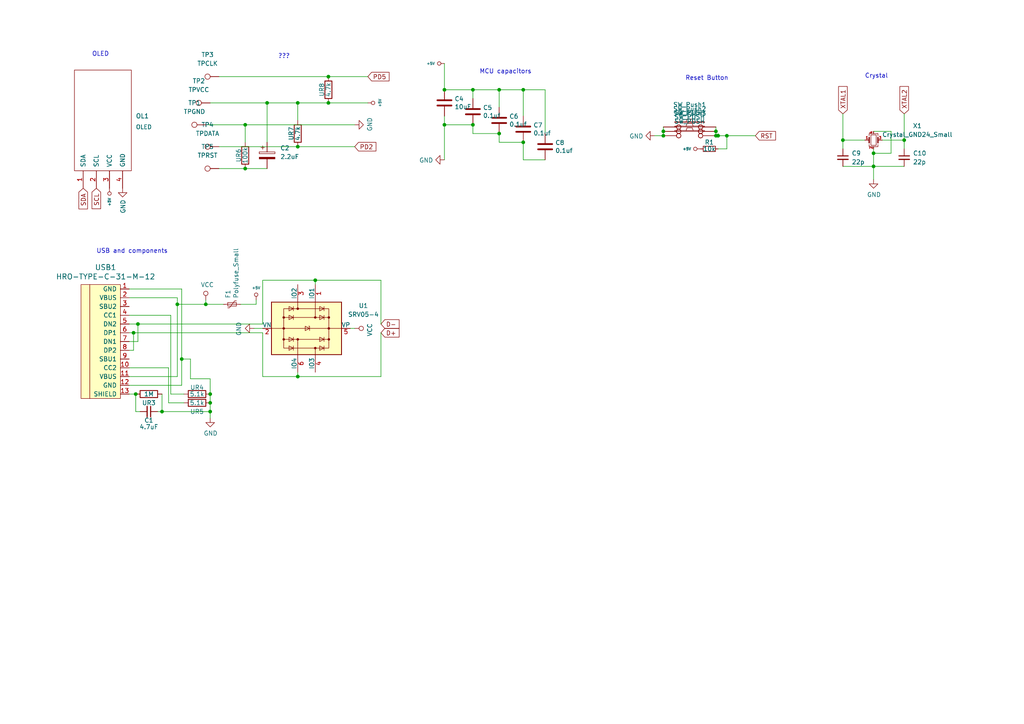
<source format=kicad_sch>
(kicad_sch (version 20211123) (generator eeschema)
  (paper "A4")
  (lib_symbols
    (symbol "Connector:TestPoint" (pin_numbers hide) (pin_names (offset 0.762) hide)
      (property "Reference" "TP" (at 0 6.858 0))
      (property "Value" "TestPoint" (at 0 5.08 0))
      (symbol "TestPoint_0_1"
        (circle (center 0 3.302) (radius 0.762))
      )
      (symbol "TestPoint_1_1"
        (pin passive line (at 0 0 90) (length 2.54) (name "1") (number "1"))
      )
    )
    (symbol "Device:C_Polarized" (pin_numbers hide) (pin_names (offset 0.254))
      (property "Reference" "C" (at 0.635 2.54 0))
      (property "Value" "C_Polarized" (at 0.635 -2.54 0))
      (symbol "C_Polarized_0_1"
        (rectangle (start -2.286 0.508) (end 2.286 1.016))
        (polyline (pts (xy -1.778 2.286) (xy -0.762 2.286)))
        (polyline (pts (xy -1.27 2.794) (xy -1.27 1.778)))
        (rectangle (start 2.286 -0.508) (end -2.286 -1.016) (fill (type outline)))
      )
      (symbol "C_Polarized_1_1"
        (pin passive line (at 0 3.81 270) (length 2.794) (name "~") (number "1"))
        (pin passive line (at 0 -3.81 90) (length 2.794) (name "~") (number "2"))
      )
    )
    (symbol "Device:C_Small" (pin_numbers hide) (pin_names (offset 0.254) hide)
      (property "Reference" "C" (at 0.254 1.778 0))
      (property "Value" "C_Small" (at 0.254 -2.032 0))
      (symbol "C_Small_0_1"
        (polyline (pts (xy -1.524 -0.508) (xy 1.524 -0.508)) (stroke (width 0.3302)))
        (polyline (pts (xy -1.524 0.508) (xy 1.524 0.508)) (stroke (width 0.3048)))
      )
      (symbol "C_Small_1_1"
        (pin passive line (at 0 2.54 270) (length 2.032) (name "~") (number "1"))
        (pin passive line (at 0 -2.54 90) (length 2.032) (name "~") (number "2"))
      )
    )
    (symbol "Device:Crystal_GND24_Small" (pin_names (offset 1.016) hide)
      (property "Reference" "Y" (at 1.27 4.445 0))
      (property "Value" "Crystal_GND24_Small" (at 1.27 2.54 0))
      (symbol "Crystal_GND24_Small_0_1"
        (rectangle (start -0.762 -1.524) (end 0.762 1.524))
        (polyline (pts (xy -1.27 -0.762) (xy -1.27 0.762)) (stroke (width 0.381)))
        (polyline (pts (xy 1.27 -0.762) (xy 1.27 0.762)) (stroke (width 0.381)))
        (polyline (pts (xy -1.27 -1.27) (xy -1.27 -1.905) (xy 1.27 -1.905) (xy 1.27 -1.27)))
        (polyline (pts (xy -1.27 1.27) (xy -1.27 1.905) (xy 1.27 1.905) (xy 1.27 1.27)))
      )
      (symbol "Crystal_GND24_Small_1_1"
        (pin passive line (at -2.54 0 0) (length 1.27) (name "1") (number "1"))
        (pin passive line (at 0 -2.54 90) (length 0.635) (name "2") (number "2"))
        (pin passive line (at 2.54 0 180) (length 1.27) (name "3") (number "3"))
        (pin passive line (at 0 2.54 270) (length 0.635) (name "4") (number "4"))
      )
    )
    (symbol "Power_Protection:SRV05-4" (pin_names (offset 0))
      (property "Reference" "U" (at -5.08 11.43 0))
      (property "Value" "SRV05-4" (at 2.54 11.43 0))
      (symbol "SRV05-4_0_0"
        (rectangle (start -5.715 6.477) (end 5.715 -6.604))
        (polyline (pts (xy -3.175 -6.604) (xy -3.175 6.477)))
        (polyline (pts (xy 3.175 6.477) (xy 3.175 -6.604)))
      )
      (symbol "SRV05-4_0_1"
        (rectangle (start -7.62 10.16) (end 7.62 -10.16) (stroke (width 0.254)) (fill (type background)))
        (circle (center -5.715 -2.54) (radius 0.2794) (fill (type outline)))
        (circle (center -3.175 -6.604) (radius 0.2794) (fill (type outline)))
        (circle (center -3.175 2.54) (radius 0.2794) (fill (type outline)))
        (circle (center -3.175 6.477) (radius 0.2794) (fill (type outline)))
        (circle (center 0 -6.604) (radius 0.2794) (fill (type outline)))
        (polyline (pts (xy -7.747 2.54) (xy -3.175 2.54)))
        (polyline (pts (xy -7.62 -2.54) (xy -5.715 -2.54)))
        (polyline (pts (xy -5.08 -3.81) (xy -6.35 -3.81)))
        (polyline (pts (xy -5.08 5.08) (xy -6.35 5.08)))
        (polyline (pts (xy -2.54 -3.81) (xy -3.81 -3.81)))
        (polyline (pts (xy -2.54 5.08) (xy -3.81 5.08)))
        (polyline (pts (xy 0 10.16) (xy 0 -10.16)))
        (polyline (pts (xy 3.81 -3.81) (xy 2.54 -3.81)))
        (polyline (pts (xy 3.81 5.08) (xy 2.54 5.08)))
        (polyline (pts (xy 6.35 -3.81) (xy 5.08 -3.81)))
        (polyline (pts (xy 6.35 5.08) (xy 5.08 5.08)))
        (polyline (pts (xy 7.62 -2.54) (xy 3.175 -2.54)))
        (polyline (pts (xy 7.62 2.54) (xy 5.715 2.54)))
        (polyline (pts (xy 0.635 0.889) (xy -0.635 0.889) (xy -0.635 0.635)))
        (polyline (pts (xy -5.08 -5.08) (xy -6.35 -5.08) (xy -5.715 -3.81) (xy -5.08 -5.08)))
        (polyline (pts (xy -5.08 3.81) (xy -6.35 3.81) (xy -5.715 5.08) (xy -5.08 3.81)))
        (polyline (pts (xy -2.54 -5.08) (xy -3.81 -5.08) (xy -3.175 -3.81) (xy -2.54 -5.08)))
        (polyline (pts (xy -2.54 3.81) (xy -3.81 3.81) (xy -3.175 5.08) (xy -2.54 3.81)))
        (polyline (pts (xy 0.635 -0.381) (xy -0.635 -0.381) (xy 0 0.889) (xy 0.635 -0.381)))
        (polyline (pts (xy 3.81 -5.08) (xy 2.54 -5.08) (xy 3.175 -3.81) (xy 3.81 -5.08)))
        (polyline (pts (xy 3.81 3.81) (xy 2.54 3.81) (xy 3.175 5.08) (xy 3.81 3.81)))
        (polyline (pts (xy 6.35 -5.08) (xy 5.08 -5.08) (xy 5.715 -3.81) (xy 6.35 -5.08)))
        (polyline (pts (xy 6.35 3.81) (xy 5.08 3.81) (xy 5.715 5.08) (xy 6.35 3.81)))
        (circle (center 0 6.477) (radius 0.2794) (fill (type outline)))
        (circle (center 3.175 -6.604) (radius 0.2794) (fill (type outline)))
        (circle (center 3.175 -2.54) (radius 0.2794) (fill (type outline)))
        (circle (center 3.175 6.477) (radius 0.2794) (fill (type outline)))
        (circle (center 5.715 2.54) (radius 0.2794) (fill (type outline)))
      )
      (symbol "SRV05-4_1_1"
        (pin passive line (at -12.7 2.54 0) (length 5.08) (name "IO1") (number "1"))
        (pin passive line (at 0 -12.7 90) (length 2.54) (name "VN") (number "2"))
        (pin passive line (at -12.7 -2.54 0) (length 5.08) (name "IO2") (number "3"))
        (pin passive line (at 12.7 2.54 180) (length 5.08) (name "IO3") (number "4"))
        (pin passive line (at 0 12.7 270) (length 2.54) (name "VP") (number "5"))
        (pin passive line (at 12.7 -2.54 180) (length 5.08) (name "IO4") (number "6"))
      )
    )
    (symbol "Type-C:HRO-TYPE-C-31-M-12" (pin_names (offset 1.016))
      (property "Reference" "USB" (at -5.08 16.51 0))
      (property "Value" "HRO-TYPE-C-31-M-12" (at -10.16 -1.27 90))
      (symbol "HRO-TYPE-C-31-M-12_0_1"
        (rectangle (start -11.43 15.24) (end -8.89 -17.78) (fill (type background)))
        (rectangle (start 0 -17.78) (end -8.89 15.24) (fill (type background)))
      )
      (symbol "HRO-TYPE-C-31-M-12_1_1"
        (pin input line (at 2.54 13.97 180) (length 2.54) (name "GND") (number "1"))
        (pin input line (at 2.54 -8.89 180) (length 2.54) (name "CC2") (number "10"))
        (pin input line (at 2.54 -11.43 180) (length 2.54) (name "VBUS") (number "11"))
        (pin input line (at 2.54 -13.97 180) (length 2.54) (name "GND") (number "12"))
        (pin input line (at 2.54 -16.51 180) (length 2.54) (name "SHIELD") (number "13"))
        (pin input line (at 2.54 11.43 180) (length 2.54) (name "VBUS") (number "2"))
        (pin input line (at 2.54 8.89 180) (length 2.54) (name "SBU2") (number "3"))
        (pin input line (at 2.54 6.35 180) (length 2.54) (name "CC1") (number "4"))
        (pin input line (at 2.54 3.81 180) (length 2.54) (name "DN2") (number "5"))
        (pin input line (at 2.54 1.27 180) (length 2.54) (name "DP1") (number "6"))
        (pin input line (at 2.54 -1.27 180) (length 2.54) (name "DN1") (number "7"))
        (pin input line (at 2.54 -3.81 180) (length 2.54) (name "DP2") (number "8"))
        (pin input line (at 2.54 -6.35 180) (length 2.54) (name "SBU1") (number "9"))
      )
    )
    (symbol "device:C" (pin_numbers hide) (pin_names (offset 0.254))
      (property "Reference" "C" (at 0.635 2.54 0))
      (property "Value" "device_C" (at 0.635 -2.54 0))
      (symbol "C_0_1"
        (polyline (pts (xy -2.032 -0.762) (xy 2.032 -0.762)) (stroke (width 0.508)))
        (polyline (pts (xy -2.032 0.762) (xy 2.032 0.762)) (stroke (width 0.508)))
      )
      (symbol "C_1_1"
        (pin passive line (at 0 3.81 270) (length 2.794) (name "~") (number "1"))
        (pin passive line (at 0 -3.81 90) (length 2.794) (name "~") (number "2"))
      )
    )
    (symbol "device:C_Small" (pin_numbers hide) (pin_names (offset 0.254) hide)
      (property "Reference" "C" (at 0.254 1.778 0))
      (property "Value" "device_C_Small" (at 0.254 -2.032 0))
      (symbol "C_Small_0_1"
        (polyline (pts (xy -1.524 -0.508) (xy 1.524 -0.508)) (stroke (width 0.3302)))
        (polyline (pts (xy -1.524 0.508) (xy 1.524 0.508)) (stroke (width 0.3048)))
      )
      (symbol "C_Small_1_1"
        (pin passive line (at 0 2.54 270) (length 2.032) (name "~") (number "1"))
        (pin passive line (at 0 -2.54 90) (length 2.032) (name "~") (number "2"))
      )
    )
    (symbol "device:Polyfuse_Small" (pin_numbers hide) (pin_names (offset 0))
      (property "Reference" "F" (at -1.905 0 90))
      (property "Value" "device_Polyfuse_Small" (at 1.905 0 90))
      (symbol "Polyfuse_Small_0_1"
        (rectangle (start -0.508 1.27) (end 0.508 -1.27))
        (polyline (pts (xy 0 2.54) (xy 0 -2.54)))
        (polyline (pts (xy -1.016 1.27) (xy -1.016 0.762) (xy 1.016 -0.762) (xy 1.016 -1.27)))
      )
      (symbol "Polyfuse_Small_1_1"
        (pin passive line (at 0 2.54 270) (length 0.635) (name "~") (number "1"))
        (pin passive line (at 0 -2.54 90) (length 0.635) (name "~") (number "2"))
      )
    )
    (symbol "device:R" (pin_numbers hide) (pin_names (offset 0))
      (property "Reference" "R" (at 2.032 0 90))
      (property "Value" "device_R" (at 0 0 90))
      (symbol "R_0_1"
        (rectangle (start -1.016 -2.54) (end 1.016 2.54) (stroke (width 0.254)))
      )
      (symbol "R_1_1"
        (pin passive line (at 0 3.81 270) (length 1.27) (name "~") (number "1"))
        (pin passive line (at 0 -3.81 90) (length 1.27) (name "~") (number "2"))
      )
    )
    (symbol "device:R_Small" (pin_numbers hide) (pin_names (offset 0.254) hide)
      (property "Reference" "R" (at 0.762 0.508 0))
      (property "Value" "device_R_Small" (at 0.762 -1.016 0))
      (symbol "R_Small_0_1"
        (rectangle (start -0.762 1.778) (end 0.762 -1.778) (stroke (width 0.2032)))
      )
      (symbol "R_Small_1_1"
        (pin passive line (at 0 2.54 270) (length 0.762) (name "~") (number "1"))
        (pin passive line (at 0 -2.54 90) (length 0.762) (name "~") (number "2"))
      )
    )
    (symbol "kbd:OLED" (pin_names (offset 1.016))
      (property "Reference" "OL" (at 0 2.54 0))
      (property "Value" "OLED" (at 0 -1.27 0))
      (symbol "OLED_0_1"
        (rectangle (start -13.97 8.89) (end 15.24 -7.62))
      )
      (symbol "OLED_1_1"
        (pin bidirectional line (at -19.05 6.35 0) (length 5.08) (name "SDA") (number "1"))
        (pin bidirectional line (at -19.05 2.54 0) (length 5.08) (name "SCL") (number "2"))
        (pin power_in line (at -19.05 -1.27 0) (length 5.08) (name "VCC") (number "3"))
        (pin power_in line (at -19.05 -5.08 0) (length 5.08) (name "GND") (number "4"))
      )
    )
    (symbol "keyboard_parts:+5V" (power) (pin_names (offset 0))
      (property "Value" "+5V" (at 0 2.794 0))
      (symbol "+5V_0_0"
        (pin power_in line (at 0 0 90) (length 0) hide (name "+5V") (number "1"))
      )
      (symbol "+5V_0_1"
        (polyline (pts (xy 0 0) (xy 0 1.016) (xy 0 1.016)))
        (circle (center 0 1.524) (radius 0.508))
      )
    )
    (symbol "keyboard_parts:SW_PUSH" (pin_numbers hide) (pin_names (offset 1.016) hide)
      (property "Reference" "SW" (at 3.81 2.794 0))
      (property "Value" "SW_PUSH" (at 0 -2.032 0))
      (symbol "SW_PUSH_0_1"
        (rectangle (start -4.318 1.27) (end 4.318 1.524))
        (polyline (pts (xy -1.016 1.524) (xy -0.762 2.286) (xy 0.762 2.286) (xy 1.016 1.524)))
        (pin passive inverted (at -7.62 0 0) (length 5.08) (name "1") (number "1"))
        (pin passive inverted (at 7.62 0 180) (length 5.08) (name "2") (number "2"))
      )
    )
    (symbol "power:GND" (power) (pin_names (offset 0))
      (property "Value" "power_GND" (at 0 -3.81 0))
      (symbol "GND_0_1"
        (polyline (pts (xy 0 0) (xy 0 -1.27) (xy 1.27 -1.27) (xy 0 -2.54) (xy -1.27 -1.27) (xy 0 -1.27)))
      )
      (symbol "GND_1_1"
        (pin power_in line (at 0 0 270) (length 0) hide (name "GND") (number "1"))
      )
    )
    (symbol "power:VCC" (power) (pin_names (offset 0))
      (property "Value" "power_VCC" (at 0 3.81 0))
      (symbol "VCC_0_1"
        (polyline (pts (xy 0 0) (xy 0 1.27)))
        (circle (center 0 1.905) (radius 0.635))
      )
      (symbol "VCC_1_1"
        (pin power_in line (at 0 0 90) (length 0) hide (name "VCC") (number "1"))
      )
    )
  )
  (junction (at 71.12 48.895))
  (junction (at 77.47 29.845))
  (junction (at 86.36 42.545))
  (junction (at 207.645 39.37))
  (junction (at 39.37 114.3))
  (junction (at 137.16 26.035))
  (junction (at 60.96 116.84))
  (junction (at 208.28 39.37))
  (junction (at 86.36 29.845))
  (junction (at 71.12 36.195))
  (junction (at 244.475 40.64))
  (junction (at 137.16 36.195))
  (junction (at 60.96 114.3))
  (junction (at 253.365 48.26))
  (junction (at 207.645 38.1))
  (junction (at 210.82 39.37))
  (junction (at 46.99 119.38))
  (junction (at 253.365 44.45))
  (junction (at 128.905 36.195))
  (junction (at 59.69 88.265))
  (junction (at 91.44 81.28))
  (junction (at 40.005 93.98))
  (junction (at 151.765 26.035))
  (junction (at 38.735 96.52))
  (junction (at 128.905 26.035))
  (junction (at 51.435 88.265))
  (junction (at 95.25 22.225))
  (junction (at 52.705 104.14))
  (junction (at 262.255 40.64))
  (junction (at 144.78 38.735))
  (junction (at 192.405 38.1))
  (junction (at 60.96 119.38))
  (junction (at 95.25 29.845))
  (junction (at 144.78 26.035))
  (junction (at 86.36 109.22))
  (junction (at 192.405 39.37))
  (junction (at 151.765 41.275))
  (wire (pts (xy 144.78 26.035) (xy 151.765 26.035)))
  (wire (pts (xy 37.465 96.52) (xy 38.735 96.52)))
  (wire (pts (xy 39.37 119.38) (xy 39.37 114.3)))
  (wire (pts (xy 60.96 29.845) (xy 77.47 29.845)))
  (wire (pts (xy 76.2 81.28) (xy 76.2 93.98)))
  (wire (pts (xy 151.765 26.035) (xy 158.115 26.035)))
  (wire (pts (xy 128.905 33.655) (xy 128.905 36.195)))
  (wire (pts (xy 76.2 81.28) (xy 91.44 81.28)))
  (wire (pts (xy 128.905 26.035) (xy 137.16 26.035)))
  (wire (pts (xy 55.245 109.855) (xy 60.96 109.855)))
  (wire (pts (xy 48.895 116.84) (xy 48.895 106.68)))
  (wire (pts (xy 151.765 41.275) (xy 144.78 41.275)))
  (wire (pts (xy 46.99 119.38) (xy 60.96 119.38)))
  (wire (pts (xy 207.645 38.1) (xy 207.645 39.37)))
  (wire (pts (xy 255.905 40.64) (xy 262.255 40.64)))
  (wire (pts (xy 53.34 114.3) (xy 49.53 114.3)))
  (wire (pts (xy 253.365 44.45) (xy 253.365 48.26)))
  (wire (pts (xy 76.2 109.22) (xy 86.36 109.22)))
  (wire (pts (xy 207.645 36.83) (xy 207.645 38.1)))
  (wire (pts (xy 37.465 101.6) (xy 38.735 101.6)))
  (wire (pts (xy 258.445 38.1) (xy 258.445 44.45)))
  (wire (pts (xy 128.905 26.035) (xy 128.905 18.415)))
  (wire (pts (xy 192.405 38.1) (xy 192.405 39.37)))
  (wire (pts (xy 101.6 95.25) (xy 102.87 95.25)))
  (wire (pts (xy 208.28 39.37) (xy 210.82 39.37)))
  (wire (pts (xy 37.465 86.36) (xy 51.435 86.36)))
  (wire (pts (xy 158.115 38.735) (xy 158.115 26.035)))
  (wire (pts (xy 46.99 114.3) (xy 46.99 119.38)))
  (wire (pts (xy 253.365 48.26) (xy 253.365 52.07)))
  (wire (pts (xy 86.36 29.845) (xy 86.36 34.925)))
  (wire (pts (xy 86.36 29.845) (xy 95.25 29.845)))
  (wire (pts (xy 63.5 22.225) (xy 95.25 22.225)))
  (wire (pts (xy 45.72 119.38) (xy 46.99 119.38)))
  (wire (pts (xy 144.78 31.115) (xy 144.78 26.035)))
  (wire (pts (xy 91.44 81.28) (xy 110.49 81.28)))
  (wire (pts (xy 244.475 33.02) (xy 244.475 40.64)))
  (wire (pts (xy 91.44 81.28) (xy 91.44 82.55)))
  (wire (pts (xy 258.445 44.45) (xy 253.365 44.45)))
  (wire (pts (xy 60.96 116.84) (xy 60.96 119.38)))
  (wire (pts (xy 151.765 46.355) (xy 151.765 41.275)))
  (wire (pts (xy 95.25 29.845) (xy 106.68 29.845)))
  (wire (pts (xy 158.115 46.355) (xy 151.765 46.355)))
  (wire (pts (xy 244.475 43.18) (xy 244.475 40.64)))
  (wire (pts (xy 253.365 43.18) (xy 253.365 44.45)))
  (wire (pts (xy 262.255 40.64) (xy 262.255 33.02)))
  (wire (pts (xy 210.82 39.37) (xy 219.075 39.37)))
  (wire (pts (xy 262.255 43.18) (xy 262.255 40.64)))
  (wire (pts (xy 253.365 38.1) (xy 258.445 38.1)))
  (wire (pts (xy 77.47 29.845) (xy 86.36 29.845)))
  (wire (pts (xy 253.365 48.26) (xy 262.255 48.26)))
  (wire (pts (xy 137.16 28.575) (xy 137.16 26.035)))
  (wire (pts (xy 244.475 40.64) (xy 250.825 40.64)))
  (wire (pts (xy 60.96 116.84) (xy 60.96 114.3)))
  (wire (pts (xy 244.475 48.26) (xy 253.365 48.26)))
  (wire (pts (xy 52.705 111.76) (xy 37.465 111.76)))
  (wire (pts (xy 76.2 96.52) (xy 76.2 109.22)))
  (wire (pts (xy 73.66 95.25) (xy 76.2 95.25)))
  (wire (pts (xy 144.78 41.275) (xy 144.78 38.735)))
  (wire (pts (xy 38.735 96.52) (xy 76.2 96.52)))
  (wire (pts (xy 128.905 36.195) (xy 137.16 36.195)))
  (wire (pts (xy 208.28 39.37) (xy 207.645 39.37)))
  (wire (pts (xy 74.295 88.265) (xy 74.295 86.995)))
  (wire (pts (xy 55.245 104.14) (xy 55.245 109.855)))
  (wire (pts (xy 51.435 109.22) (xy 37.465 109.22)))
  (wire (pts (xy 40.005 93.98) (xy 76.2 93.98)))
  (wire (pts (xy 110.49 96.52) (xy 110.49 109.22)))
  (wire (pts (xy 210.82 39.37) (xy 210.82 43.18)))
  (wire (pts (xy 51.435 86.36) (xy 51.435 88.265)))
  (wire (pts (xy 38.735 101.6) (xy 38.735 96.52)))
  (wire (pts (xy 110.49 81.28) (xy 110.49 93.98)))
  (wire (pts (xy 71.12 36.195) (xy 71.12 41.275)))
  (wire (pts (xy 60.96 109.855) (xy 60.96 114.3)))
  (wire (pts (xy 208.28 38.735) (xy 208.28 39.37)))
  (wire (pts (xy 137.16 36.195) (xy 137.16 38.735)))
  (wire (pts (xy 48.895 106.68) (xy 37.465 106.68)))
  (wire (pts (xy 86.36 107.95) (xy 86.36 109.22)))
  (wire (pts (xy 51.435 88.265) (xy 51.435 109.22)))
  (wire (pts (xy 86.36 42.545) (xy 102.87 42.545)))
  (wire (pts (xy 53.34 116.84) (xy 48.895 116.84)))
  (wire (pts (xy 192.405 36.83) (xy 192.405 38.1)))
  (wire (pts (xy 49.53 91.44) (xy 37.465 91.44)))
  (wire (pts (xy 37.465 114.3) (xy 39.37 114.3)))
  (wire (pts (xy 69.85 88.265) (xy 74.295 88.265)))
  (wire (pts (xy 210.82 43.18) (xy 208.28 43.18)))
  (wire (pts (xy 37.465 99.06) (xy 40.005 99.06)))
  (wire (pts (xy 37.465 93.98) (xy 40.005 93.98)))
  (wire (pts (xy 40.64 119.38) (xy 39.37 119.38)))
  (wire (pts (xy 55.245 104.14) (xy 52.705 104.14)))
  (wire (pts (xy 52.705 111.76) (xy 52.705 104.14)))
  (wire (pts (xy 128.905 36.195) (xy 128.905 46.355)))
  (wire (pts (xy 40.005 99.06) (xy 40.005 93.98)))
  (wire (pts (xy 59.69 88.265) (xy 64.77 88.265)))
  (wire (pts (xy 137.16 38.735) (xy 144.78 38.735)))
  (wire (pts (xy 49.53 114.3) (xy 49.53 91.44)))
  (wire (pts (xy 77.47 29.845) (xy 77.47 41.275)))
  (wire (pts (xy 52.705 104.14) (xy 52.705 83.82)))
  (wire (pts (xy 192.405 39.37) (xy 189.865 39.37)))
  (wire (pts (xy 86.36 109.22) (xy 110.49 109.22)))
  (wire (pts (xy 137.16 26.035) (xy 144.78 26.035)))
  (wire (pts (xy 71.12 48.895) (xy 77.47 48.895)))
  (wire (pts (xy 59.69 86.995) (xy 59.69 88.265)))
  (wire (pts (xy 60.96 119.38) (xy 60.96 121.285)))
  (wire (pts (xy 37.465 83.82) (xy 52.705 83.82)))
  (wire (pts (xy 63.5 48.895) (xy 71.12 48.895)))
  (wire (pts (xy 59.69 36.195) (xy 71.12 36.195)))
  (wire (pts (xy 151.765 33.655) (xy 151.765 26.035)))
  (wire (pts (xy 71.12 36.195) (xy 102.87 36.195)))
  (wire (pts (xy 51.435 88.265) (xy 59.69 88.265)))
  (wire (pts (xy 63.5 42.545) (xy 86.36 42.545)))
  (wire (pts (xy 95.25 22.225) (xy 106.68 22.225)))
  (text "USB and components" (at 27.94 73.66 0) (effects (font (size 1.27 1.27)) (justify left bottom)))
  (text "OLED" (at 26.67 16.51 0) (effects (font (size 1.27 1.27)) (justify left bottom)))
  (text "Reset Button" (at 198.755 23.495 0) (effects (font (size 1.27 1.27)) (justify left bottom)))
  (text "???" (at 80.645 17.145 0) (effects (font (size 1.27 1.27)) (justify left bottom)))
  (text "MCU capacitors\n" (at 139.065 21.59 0) (effects (font (size 1.27 1.27)) (justify left bottom)))
  (text "Crystal\n" (at 250.825 22.86 0) (effects (font (size 1.27 1.27)) (justify left bottom)))
  (global_label "XTAL2" (shape input) (at 262.255 33.02 90) (property "Intersheet References" "${INTERSHEET_REFS}" (effects hide)))
  (global_label "XTAL1" (shape input) (at 244.475 33.02 90) (property "Intersheet References" "${INTERSHEET_REFS}" (effects hide)))
  (global_label "D+" (shape input) (at 110.49 96.52 0) (property "Intersheet References" "${INTERSHEET_REFS}" (effects hide)))
  (global_label "PD2" (shape input) (at 102.87 42.545 0) (property "Intersheet References" "${INTERSHEET_REFS}" (effects hide)))
  (global_label "SDA" (shape input) (at 24.13 54.61 270) (property "Intersheet References" "${INTERSHEET_REFS}" (effects hide)))
  (global_label "RST" (shape input) (at 219.075 39.37 0) (property "Intersheet References" "${INTERSHEET_REFS}" (effects hide)))
  (global_label "PD5" (shape input) (at 106.68 22.225 0) (property "Intersheet References" "${INTERSHEET_REFS}" (effects hide)))
  (global_label "SCL" (shape input) (at 27.94 54.61 270) (property "Intersheet References" "${INTERSHEET_REFS}" (effects hide)))
  (global_label "D-" (shape input) (at 110.49 93.98 0) (property "Intersheet References" "${INTERSHEET_REFS}" (effects hide)))
  (symbol (lib_id "power:GND") (at 35.56 54.61 0) (unit 1)
    (property "Reference" "#PWR0102" (effects hide))
    (property "Value" "GND" (at 35.687 57.8612 90) (effects (justify right)))
  )
  (symbol (lib_id "device:C") (at 128.905 29.845 0) (unit 1)
    (property "Reference" "C4" (at 131.826 28.6766 0) (effects (justify left)))
    (property "Value" "10uF" (at 131.826 30.988 0) (effects (justify left)))
    (property "Footprint" "Capacitor_SMD:C_0805_2012Metric" (effects hide))
  )
  (symbol (lib_id "Power_Protection:SRV05-4") (at 88.9 95.25 270) (unit 1)
    (property "Reference" "U1" (at 105.41 88.6712 90))
    (property "Value" "SRV05-4" (at 105.41 91.2112 90))
    (property "Footprint" "Package_TO_SOT_SMD:SOT-23-6" (effects hide))
    (property "Datasheet" "http://www.onsemi.com/pub/Collateral/SRV05-4-D.PDF" (effects hide))
  )
  (symbol (lib_id "device:R") (at 86.36 38.735 180) (unit 1)
    (property "Reference" "UR7" (at 84.455 38.735 90))
    (property "Value" "4.7k" (at 86.36 38.735 90))
    (property "Footprint" "Resistor_SMD:R_0805_2012Metric_Pad1.20x1.40mm_HandSolder" (effects hide))
  )
  (symbol (lib_id "Connector:TestPoint") (at 63.5 22.225 90) (unit 1)
    (property "Reference" "TP3" (at 60.198 15.875 90))
    (property "Value" "TPCLK" (at 60.198 18.415 90))
    (property "Footprint" "TestPoint:TestPoint_THTPad_1.0x1.0mm_Drill0.5mm" (effects hide))
  )
  (symbol (lib_id "device:R") (at 95.25 26.035 180) (unit 1)
    (property "Reference" "UR8" (at 93.345 26.035 90))
    (property "Value" "4.7k" (at 95.25 26.035 90))
    (property "Footprint" "Resistor_SMD:R_0805_2012Metric_Pad1.20x1.40mm_HandSolder" (effects hide))
  )
  (symbol (lib_id "power:GND") (at 189.865 39.37 270) (unit 1)
    (property "Reference" "#PWR0108" (effects hide))
    (property "Value" "GND" (at 186.6138 39.497 90) (effects (justify right)))
  )
  (symbol (lib_id "device:R") (at 57.15 116.84 90) (unit 1)
    (property "Reference" "UR5" (at 57.15 119.38 90))
    (property "Value" "5.1k" (at 57.15 116.84 90))
    (property "Footprint" "Resistor_SMD:R_0805_2012Metric" (effects hide))
  )
  (symbol (lib_id "keyboard_parts:SW_PUSH") (at 200.025 36.83 0) (unit 1)
    (property "Reference" "SW_Push1" (at 200.025 30.353 0))
    (property "Value" "SW_PUSH" (at 200.025 32.6644 0))
    (property "Footprint" "Button_Switch_SMD:SW_SPST_SKQG_WithoutStem" (effects hide))
  )
  (symbol (lib_id "power:GND") (at 60.96 121.285 0) (unit 1)
    (property "Reference" "#PWR0107" (effects hide))
    (property "Value" "GND" (at 61.087 125.6792 0))
  )
  (symbol (lib_id "power:GND") (at 102.87 36.195 90) (unit 1)
    (property "Reference" "#PWR0104" (effects hide))
    (property "Value" "GND" (at 107.2642 36.068 0))
  )
  (symbol (lib_id "keyboard_parts:+5V") (at 31.75 54.61 180) (unit 1)
    (property "Reference" "#PWR0101" (effects hide))
    (property "Value" "+5V" (at 31.75 57.3532 90) (effects (font (size 0.762 0.762)) (justify left)))
  )
  (symbol (lib_id "keyboard_parts:+5V") (at 128.905 18.415 90) (unit 1)
    (property "Reference" "#PWR0105" (effects hide))
    (property "Value" "+5V" (at 126.1618 18.415 90) (effects (font (size 0.762 0.762)) (justify left)))
  )
  (symbol (lib_id "device:C_Small") (at 43.18 119.38 270) (unit 1)
    (property "Reference" "C1" (at 43.18 121.92 90))
    (property "Value" "4.7uF" (at 43.18 123.825 90))
    (property "Footprint" "Capacitor_SMD:C_0805_2012Metric" (effects hide))
  )
  (symbol (lib_id "keyboard_parts:+5V") (at 106.68 29.845 270) (unit 1)
    (property "Reference" "#PWR0103" (effects hide))
    (property "Value" "+5V" (at 110.1852 29.845 0) (effects (font (size 0.762 0.762))))
  )
  (symbol (lib_id "device:R") (at 43.18 114.3 90) (unit 1)
    (property "Reference" "UR3" (at 43.18 116.84 90))
    (property "Value" "1M" (at 43.18 114.3 90))
    (property "Footprint" "Resistor_SMD:R_0805_2012Metric" (effects hide))
  )
  (symbol (lib_id "device:Polyfuse_Small") (at 67.31 88.265 90) (unit 1)
    (property "Reference" "F1" (at 66.1416 86.5378 0) (effects (justify left)))
    (property "Value" "Polyfuse_Small" (at 68.453 86.5378 0) (effects (justify left)))
    (property "Footprint" "Fuse:Fuse_1206_3216Metric_Pad1.42x1.75mm_HandSolder" (effects hide))
  )
  (symbol (lib_id "keyboard_parts:+5V") (at 74.295 86.995 0) (unit 1)
    (property "Reference" "#PWR0113" (effects hide))
    (property "Value" "+5V" (at 74.295 83.4898 0) (effects (font (size 0.762 0.762))))
  )
  (symbol (lib_id "device:C") (at 151.765 37.465 0) (unit 1)
    (property "Reference" "C7" (at 154.686 36.2966 0) (effects (justify left)))
    (property "Value" "0.1uf" (at 154.686 38.608 0) (effects (justify left)))
    (property "Footprint" "Capacitor_SMD:C_0805_2012Metric" (effects hide))
  )
  (symbol (lib_id "keyboard_parts:+5V") (at 203.2 43.18 90) (unit 1)
    (property "Reference" "#PWR0118" (effects hide))
    (property "Value" "+5V" (at 200.4568 43.18 90) (effects (font (size 0.762 0.762)) (justify left)))
  )
  (symbol (lib_id "device:C") (at 137.16 32.385 0) (unit 1)
    (property "Reference" "C5" (at 140.081 31.2166 0) (effects (justify left)))
    (property "Value" "0.1uf" (at 140.081 33.528 0) (effects (justify left)))
    (property "Footprint" "Capacitor_SMD:C_0805_2012Metric" (effects hide))
  )
  (symbol (lib_id "Connector:TestPoint") (at 60.96 29.845 90) (unit 1)
    (property "Reference" "TP2" (at 57.658 23.495 90))
    (property "Value" "TPVCC" (at 57.658 26.035 90))
    (property "Footprint" "TestPoint:TestPoint_THTPad_1.0x1.0mm_Drill0.5mm" (effects hide))
  )
  (symbol (lib_id "Device:Crystal_GND24_Small") (at 253.365 40.64 0) (unit 1)
    (property "Reference" "X1" (at 266.065 36.4998 0))
    (property "Value" "Crystal_GND24_Small" (at 266.065 39.0398 0))
    (property "Footprint" "Crystal:Crystal_SMD_3225-4Pin_3.2x2.5mm_HandSoldering" (effects hide))
  )
  (symbol (lib_id "Connector:TestPoint") (at 63.5 42.545 90) (unit 1)
    (property "Reference" "TP4" (at 60.198 36.195 90))
    (property "Value" "TPDATA" (at 60.198 38.735 90))
    (property "Footprint" "TestPoint:TestPoint_THTPad_1.0x1.0mm_Drill0.5mm" (effects hide))
  )
  (symbol (lib_id "keyboard_parts:SW_PUSH") (at 200.025 38.1 0) (unit 1)
    (property "Reference" "SW_Push2" (at 200.025 31.623 0))
    (property "Value" "SW_PUSH" (at 200.025 33.9344 0))
    (property "Footprint" "Connector_PinHeader_2.54mm:PinHeader_1x02_P2.54mm_Vertical" (effects hide))
  )
  (symbol (lib_id "device:R_Small") (at 205.74 43.18 270) (unit 1)
    (property "Reference" "R1" (at 205.74 41.275 90))
    (property "Value" "10k" (at 205.74 43.18 90))
    (property "Footprint" "Resistor_SMD:R_0805_2012Metric" (effects hide))
  )
  (symbol (lib_id "Type-C:HRO-TYPE-C-31-M-12") (at 34.925 97.79 0) (unit 1)
    (property "Reference" "USB1" (at 30.6324 77.5462 0) (effects (font (size 1.524 1.524))))
    (property "Value" "HRO-TYPE-C-31-M-12" (at 30.6324 80.2386 0) (effects (font (size 1.524 1.524))))
    (property "Footprint" "Type-C:HRO-TYPE-C-31-M-12-HandSoldering" (effects hide))
  )
  (symbol (lib_id "keyboard_parts:SW_PUSH") (at 200.025 39.37 0) (unit 1)
    (property "Reference" "SW_Push3" (at 200.025 32.893 0))
    (property "Value" "SW_PUSH" (at 200.025 35.2044 0))
    (property "Footprint" "Button_Switch_SMD:SW_SPST_SKQG_WithoutStem" (effects hide))
  )
  (symbol (lib_id "power:GND") (at 128.905 46.355 270) (unit 1)
    (property "Reference" "#PWR0106" (effects hide))
    (property "Value" "GND" (at 125.6538 46.482 90) (effects (justify right)))
  )
  (symbol (lib_id "Device:C_Small") (at 262.255 45.72 0) (unit 1)
    (property "Reference" "C10" (at 264.795 44.4562 0) (effects (justify left)))
    (property "Value" "22p" (at 264.795 46.9962 0) (effects (justify left)))
    (property "Footprint" "Capacitor_SMD:C_0805_2012Metric" (effects hide))
  )
  (symbol (lib_id "power:GND") (at 73.66 95.25 270) (unit 1)
    (property "Reference" "#PWR0109" (effects hide))
    (property "Value" "GND" (at 69.2658 95.377 0))
  )
  (symbol (lib_id "device:R") (at 57.15 114.3 90) (unit 1)
    (property "Reference" "UR4" (at 57.15 112.395 90))
    (property "Value" "5.1k" (at 57.15 114.3 90))
    (property "Footprint" "Resistor_SMD:R_0805_2012Metric" (effects hide))
  )
  (symbol (lib_id "power:VCC") (at 102.87 95.25 270) (unit 1)
    (property "Reference" "#PWR0110" (effects hide))
    (property "Value" "VCC" (at 107.2642 95.6818 0))
  )
  (symbol (lib_id "device:R") (at 71.12 45.085 180) (unit 1)
    (property "Reference" "UR6" (at 69.215 45.085 90))
    (property "Value" "100k" (at 71.12 45.085 90))
    (property "Footprint" "Resistor_SMD:R_0805_2012Metric_Pad1.20x1.40mm_HandSolder" (effects hide))
  )
  (symbol (lib_id "power:GND") (at 253.365 52.07 0) (unit 1)
    (property "Reference" "#PWR0119" (effects hide))
    (property "Value" "GND" (at 253.492 56.4642 0))
  )
  (symbol (lib_id "Device:C_Polarized") (at 77.47 45.085 0) (unit 1)
    (property "Reference" "C2" (at 81.28 42.9259 0) (effects (justify left)))
    (property "Value" "2.2uF" (at 81.28 45.4659 0) (effects (justify left)))
    (property "Footprint" "Capacitor_SMD:C_0805_2012Metric_Pad1.18x1.45mm_HandSolder" (effects hide))
  )
  (symbol (lib_id "Connector:TestPoint") (at 63.5 48.895 90) (unit 1)
    (property "Reference" "TP5" (at 60.198 42.545 90))
    (property "Value" "TPRST" (at 60.198 45.085 90))
    (property "Footprint" "TestPoint:TestPoint_THTPad_1.0x1.0mm_Drill0.5mm" (effects hide))
  )
  (symbol (lib_id "power:VCC") (at 59.69 86.995 0) (unit 1)
    (property "Reference" "#PWR0111" (effects hide))
    (property "Value" "VCC" (at 60.1218 82.6008 0))
  )
  (symbol (lib_id "Connector:TestPoint") (at 59.69 36.195 90) (unit 1)
    (property "Reference" "TP1" (at 56.388 29.845 90))
    (property "Value" "TPGND" (at 56.388 32.385 90))
    (property "Footprint" "TestPoint:TestPoint_THTPad_1.0x1.0mm_Drill0.5mm" (effects hide))
  )
  (symbol (lib_id "Device:C_Small") (at 244.475 45.72 0) (unit 1)
    (property "Reference" "C9" (at 247.015 44.4562 0) (effects (justify left)))
    (property "Value" "22p" (at 247.015 46.9962 0) (effects (justify left)))
    (property "Footprint" "Capacitor_SMD:C_0805_2012Metric" (effects hide))
  )
  (symbol (lib_id "device:C") (at 144.78 34.925 0) (unit 1)
    (property "Reference" "C6" (at 147.701 33.7566 0) (effects (justify left)))
    (property "Value" "0.1uf" (at 147.701 36.068 0) (effects (justify left)))
    (property "Footprint" "Capacitor_SMD:C_0805_2012Metric" (effects hide))
  )
  (symbol (lib_id "kbd:OLED") (at 30.48 35.56 90) (unit 1)
    (property "Reference" "OL1" (at 39.37 33.655 90) (effects (font (size 1.2954 1.2954)) (justify right)))
    (property "Value" "OLED" (at 39.37 36.83 90) (effects (font (size 1.1938 1.1938)) (justify right)))
    (property "Footprint" "kbd:OLED_v2" (effects hide))
  )
  (symbol (lib_id "device:C") (at 158.115 42.545 0) (unit 1)
    (property "Reference" "C8" (at 161.036 41.3766 0) (effects (justify left)))
    (property "Value" "0.1uf" (at 161.036 43.688 0) (effects (justify left)))
    (property "Footprint" "Capacitor_SMD:C_0805_2012Metric" (effects hide))
  )
)
</source>
